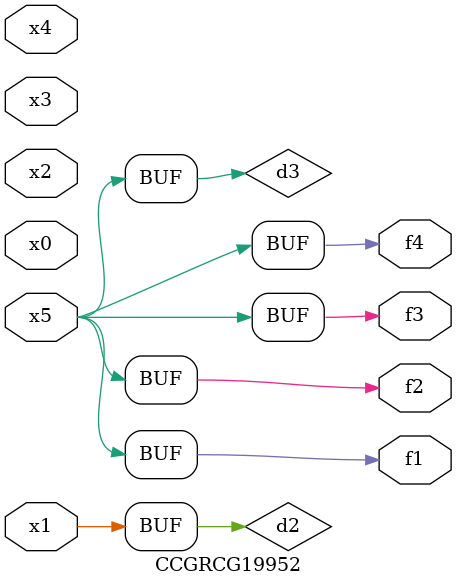
<source format=v>
module CCGRCG19952(
	input x0, x1, x2, x3, x4, x5,
	output f1, f2, f3, f4
);

	wire d1, d2, d3;

	not (d1, x5);
	or (d2, x1);
	xnor (d3, d1);
	assign f1 = d3;
	assign f2 = d3;
	assign f3 = d3;
	assign f4 = d3;
endmodule

</source>
